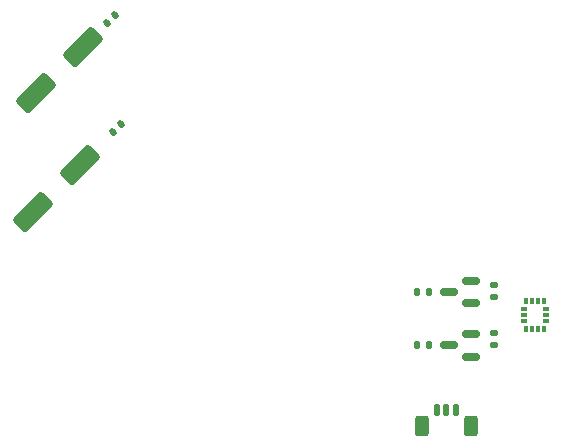
<source format=gbr>
%TF.GenerationSoftware,KiCad,Pcbnew,7.0.2*%
%TF.CreationDate,2023-08-25T16:22:19-05:00*%
%TF.ProjectId,ziggy,7a696767-792e-46b6-9963-61645f706362,rev?*%
%TF.SameCoordinates,Original*%
%TF.FileFunction,Paste,Top*%
%TF.FilePolarity,Positive*%
%FSLAX46Y46*%
G04 Gerber Fmt 4.6, Leading zero omitted, Abs format (unit mm)*
G04 Created by KiCad (PCBNEW 7.0.2) date 2023-08-25 16:22:19*
%MOMM*%
%LPD*%
G01*
G04 APERTURE LIST*
G04 Aperture macros list*
%AMRoundRect*
0 Rectangle with rounded corners*
0 $1 Rounding radius*
0 $2 $3 $4 $5 $6 $7 $8 $9 X,Y pos of 4 corners*
0 Add a 4 corners polygon primitive as box body*
4,1,4,$2,$3,$4,$5,$6,$7,$8,$9,$2,$3,0*
0 Add four circle primitives for the rounded corners*
1,1,$1+$1,$2,$3*
1,1,$1+$1,$4,$5*
1,1,$1+$1,$6,$7*
1,1,$1+$1,$8,$9*
0 Add four rect primitives between the rounded corners*
20,1,$1+$1,$2,$3,$4,$5,0*
20,1,$1+$1,$4,$5,$6,$7,0*
20,1,$1+$1,$6,$7,$8,$9,0*
20,1,$1+$1,$8,$9,$2,$3,0*%
G04 Aperture macros list end*
%ADD10RoundRect,0.250000X0.671751X1.449569X-1.449569X-0.671751X-0.671751X-1.449569X1.449569X0.671751X0*%
%ADD11RoundRect,0.140000X-0.021213X0.219203X-0.219203X0.021213X0.021213X-0.219203X0.219203X-0.021213X0*%
%ADD12RoundRect,0.150000X0.587500X0.150000X-0.587500X0.150000X-0.587500X-0.150000X0.587500X-0.150000X0*%
%ADD13RoundRect,0.135000X0.185000X-0.135000X0.185000X0.135000X-0.185000X0.135000X-0.185000X-0.135000X0*%
%ADD14RoundRect,0.125000X0.125000X0.425000X-0.125000X0.425000X-0.125000X-0.425000X0.125000X-0.425000X0*%
%ADD15RoundRect,0.250000X0.350000X0.600000X-0.350000X0.600000X-0.350000X-0.600000X0.350000X-0.600000X0*%
%ADD16R,0.351536X0.576580*%
%ADD17R,0.576580X0.351536*%
%ADD18RoundRect,0.135000X-0.135000X-0.185000X0.135000X-0.185000X0.135000X0.185000X-0.135000X0.185000X0*%
G04 APERTURE END LIST*
D10*
%TO.C,C4*%
X153250000Y-104270000D03*
X149290202Y-108229798D03*
%TD*%
D11*
%TO.C,C1*%
X155928822Y-101571178D03*
X155250000Y-102250000D03*
%TD*%
D12*
%TO.C,Q2*%
X186125000Y-126020000D03*
X186125000Y-124120000D03*
X184250000Y-125070000D03*
%TD*%
D10*
%TO.C,C2*%
X153000545Y-114310202D03*
X149040747Y-118270000D03*
%TD*%
D12*
%TO.C,Q1*%
X186125000Y-130520000D03*
X186125000Y-128620000D03*
X184250000Y-129570000D03*
%TD*%
D13*
%TO.C,R4*%
X188000000Y-129510000D03*
X188000000Y-128490000D03*
%TD*%
%TO.C,R6*%
X188000000Y-125500001D03*
X188000000Y-124480001D03*
%TD*%
D14*
%TO.C,J1*%
X184800000Y-135020000D03*
X184000000Y-135020000D03*
X183200000Y-135020000D03*
D15*
X181900000Y-136420000D03*
X186100000Y-136420000D03*
%TD*%
D16*
%TO.C,U3*%
X190749999Y-128210300D03*
X191250000Y-128210300D03*
X191750000Y-128210300D03*
X192250001Y-128210300D03*
D17*
X192456300Y-127499999D03*
X192456300Y-127000000D03*
X192456300Y-126500001D03*
D16*
X192250001Y-125789700D03*
X191750000Y-125789700D03*
X191250000Y-125789700D03*
X190749999Y-125789700D03*
D17*
X190543700Y-126500001D03*
X190543700Y-127000000D03*
X190543700Y-127499999D03*
%TD*%
D18*
%TO.C,R3*%
X181480000Y-129500000D03*
X182500000Y-129500000D03*
%TD*%
%TO.C,R5*%
X181480001Y-125070000D03*
X182500001Y-125070000D03*
%TD*%
D11*
%TO.C,C3*%
X156428822Y-110821178D03*
X155750000Y-111500000D03*
%TD*%
M02*

</source>
